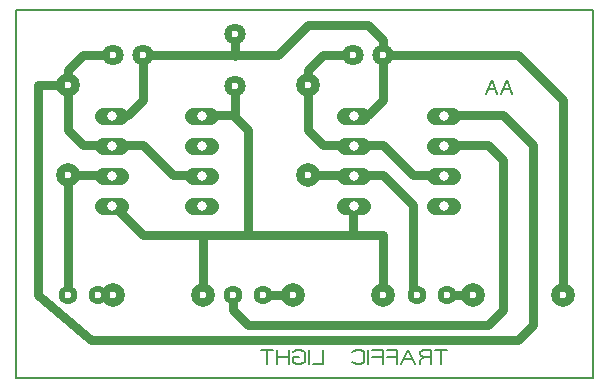
<source format=gbr>
%FSLAX32Y32*%
%MOMM*%
%LNCOPPER2*%
G71*
G01*
%ADD10C, 1.60*%
%ADD11C, 0.80*%
%ADD12C, 2.00*%
%ADD13C, 1.80*%
%ADD14C, 0.20*%
%ADD15C, 0.16*%
%ADD16C, 1.42*%
%ADD17C, 0.60*%
%LPD*%
X473Y752D02*
G54D10*
D03*
X727Y752D02*
G54D10*
D03*
X1870Y752D02*
G54D10*
D03*
X2124Y752D02*
G54D10*
D03*
X3684Y752D02*
G54D10*
D03*
X3430Y752D02*
G54D10*
D03*
G54D11*
X1616Y1768D02*
X1362Y1768D01*
X1108Y2022D01*
X854Y2022D01*
G54D11*
X3648Y1768D02*
X3394Y1768D01*
X3140Y2022D01*
X2886Y2022D01*
X473Y2530D02*
G54D12*
D03*
X473Y1768D02*
G54D12*
D03*
G54D11*
X473Y2530D02*
X473Y2149D01*
X600Y2022D01*
X854Y2022D01*
G54D11*
X854Y1514D02*
X1108Y1260D01*
X1997Y1260D01*
X1997Y1387D01*
X1997Y2149D01*
X1870Y2276D01*
X1616Y2276D01*
G54D11*
X1870Y752D02*
X1870Y625D01*
X1997Y498D01*
X4029Y498D01*
X4156Y625D01*
X4156Y1895D01*
X4029Y2022D01*
X3648Y2022D01*
X2505Y2530D02*
G54D12*
D03*
X2505Y1768D02*
G54D12*
D03*
G54D11*
X2886Y2022D02*
X2632Y2022D01*
X2505Y2149D01*
X2505Y2530D01*
X1108Y2784D02*
G54D13*
D03*
X854Y2784D02*
G54D13*
D03*
X3140Y2784D02*
G54D13*
D03*
X2886Y2784D02*
G54D13*
D03*
G54D11*
X854Y2784D02*
X600Y2784D01*
X473Y2657D01*
X473Y2530D01*
G54D11*
X2886Y2784D02*
X2632Y2784D01*
X2505Y2657D01*
X2505Y2530D01*
G54D11*
X854Y2276D02*
X981Y2276D01*
X1108Y2403D01*
X1108Y2784D01*
G54D11*
X2886Y2276D02*
X3013Y2276D01*
X3140Y2403D01*
X3140Y2784D01*
G54D11*
X1108Y2784D02*
X2251Y2784D01*
X2505Y3038D01*
X3013Y3038D01*
X3013Y3038D01*
X3140Y2911D01*
X3140Y2784D01*
G54D11*
X3140Y2784D02*
X4283Y2784D01*
X4664Y2403D01*
X4664Y1514D01*
X4664Y752D02*
G54D12*
D03*
X3902Y752D02*
G54D12*
D03*
G54D11*
X4664Y1514D02*
X4664Y752D01*
G54D11*
X3648Y752D02*
X3902Y752D01*
G54D11*
X2886Y1514D02*
X2886Y1387D01*
X2886Y1260D01*
X1997Y1260D01*
X1616Y752D02*
G54D12*
D03*
X854Y752D02*
G54D12*
D03*
X3140Y752D02*
G54D12*
D03*
X2378Y752D02*
G54D12*
D03*
G54D11*
X2124Y752D02*
X2378Y752D01*
G54D11*
X3140Y752D02*
X3140Y1260D01*
X2759Y1260D01*
G54D11*
X854Y1768D02*
X473Y1768D01*
X473Y879D01*
X473Y752D01*
G54D11*
X3648Y2276D02*
X4156Y2276D01*
X4410Y2022D01*
X4410Y498D01*
X4283Y371D01*
X4283Y371D01*
X663Y371D01*
X219Y752D01*
X219Y2530D01*
X473Y2530D01*
G54D11*
X2505Y1768D02*
X2886Y1768D01*
X3140Y1768D01*
X3394Y1514D01*
X3394Y752D01*
G54D11*
X1616Y752D02*
X1616Y1260D01*
G54D14*
X28Y54D02*
X4918Y54D01*
X4918Y3165D01*
X28Y3165D01*
X28Y54D01*
G54D15*
X4234Y2451D02*
X4187Y2575D01*
X4141Y2451D01*
G54D15*
X4215Y2498D02*
X4159Y2498D01*
G54D15*
X4107Y2451D02*
X4060Y2575D01*
X4014Y2451D01*
G54D15*
X4088Y2498D02*
X4032Y2498D01*
X1888Y2519D02*
G54D13*
D03*
X1888Y2964D02*
G54D13*
D03*
G54D11*
X1888Y2964D02*
X1888Y2773D01*
G54D11*
X1888Y2519D02*
X1888Y2265D01*
G54D15*
X3631Y166D02*
X3631Y290D01*
G54D15*
X3681Y290D02*
X3581Y290D01*
G54D15*
X3497Y228D02*
X3460Y213D01*
X3447Y197D01*
X3447Y166D01*
G54D15*
X3547Y166D02*
X3547Y290D01*
X3485Y290D01*
X3460Y283D01*
X3447Y267D01*
X3447Y252D01*
X3460Y236D01*
X3485Y228D01*
X3547Y228D01*
G54D15*
X3413Y166D02*
X3351Y290D01*
X3289Y166D01*
G54D15*
X3388Y213D02*
X3313Y213D01*
G54D15*
X3255Y166D02*
X3255Y290D01*
X3168Y290D01*
G54D15*
X3255Y228D02*
X3168Y228D01*
G54D15*
X3134Y166D02*
X3134Y290D01*
X3047Y290D01*
G54D15*
X3134Y228D02*
X3047Y228D01*
G54D15*
X3013Y166D02*
X3013Y290D01*
G54D15*
X2879Y189D02*
X2892Y174D01*
X2917Y166D01*
X2942Y166D01*
X2967Y174D01*
X2979Y189D01*
X2979Y267D01*
X2967Y283D01*
X2942Y290D01*
X2917Y290D01*
X2892Y283D01*
X2879Y267D01*
G54D15*
X2629Y290D02*
X2629Y166D01*
X2542Y166D01*
G54D15*
X2508Y166D02*
X2508Y290D01*
G54D15*
X2424Y228D02*
X2374Y228D01*
X2374Y189D01*
X2387Y174D01*
X2412Y166D01*
X2437Y166D01*
X2462Y174D01*
X2474Y189D01*
X2474Y267D01*
X2462Y283D01*
X2437Y290D01*
X2412Y290D01*
X2387Y283D01*
X2374Y267D01*
G54D15*
X2340Y166D02*
X2340Y290D01*
G54D15*
X2240Y166D02*
X2240Y290D01*
G54D15*
X2340Y228D02*
X2240Y228D01*
G54D15*
X2156Y166D02*
X2156Y290D01*
G54D15*
X2206Y290D02*
X2106Y290D01*
G54D16*
X771Y2271D02*
X913Y2271D01*
G54D16*
X771Y2017D02*
X913Y2017D01*
G54D16*
X771Y1763D02*
X913Y1763D01*
G54D16*
X771Y1509D02*
X913Y1509D01*
G54D16*
X1533Y2271D02*
X1675Y2271D01*
G54D16*
X1533Y2017D02*
X1675Y2017D01*
G54D16*
X1533Y1763D02*
X1675Y1763D01*
G54D16*
X1533Y1509D02*
X1675Y1509D01*
G54D16*
X2819Y2271D02*
X2961Y2271D01*
G54D16*
X2819Y2017D02*
X2961Y2017D01*
G54D16*
X2819Y1763D02*
X2961Y1763D01*
G54D16*
X2819Y1509D02*
X2961Y1509D01*
G54D16*
X3581Y2271D02*
X3723Y2271D01*
G54D16*
X3581Y2017D02*
X3723Y2017D01*
G54D16*
X3581Y1763D02*
X3723Y1763D01*
G54D16*
X3581Y1509D02*
X3723Y1509D01*
%LNAUGENFREISTANZEN*%
%LPC*%
X473Y752D02*
G54D17*
D03*
X727Y752D02*
G54D17*
D03*
X1870Y752D02*
G54D17*
D03*
X2124Y752D02*
G54D17*
D03*
X3684Y752D02*
G54D17*
D03*
X3430Y752D02*
G54D17*
D03*
X473Y2530D02*
G54D17*
D03*
X473Y1768D02*
G54D17*
D03*
X2505Y2530D02*
G54D17*
D03*
X2505Y1768D02*
G54D17*
D03*
X1108Y2784D02*
G54D17*
D03*
X854Y2784D02*
G54D17*
D03*
X3140Y2784D02*
G54D17*
D03*
X2886Y2784D02*
G54D17*
D03*
X4664Y752D02*
G54D17*
D03*
X3902Y752D02*
G54D17*
D03*
X1616Y752D02*
G54D17*
D03*
X854Y752D02*
G54D17*
D03*
X3140Y752D02*
G54D17*
D03*
X2378Y752D02*
G54D17*
D03*
X1888Y2519D02*
G54D17*
D03*
X1888Y2964D02*
G54D17*
D03*
X842Y2271D02*
G54D11*
D03*
X842Y2017D02*
G54D11*
D03*
X842Y1763D02*
G54D11*
D03*
X842Y1509D02*
G54D11*
D03*
X1604Y2271D02*
G54D11*
D03*
X1604Y2017D02*
G54D11*
D03*
X1604Y1763D02*
G54D11*
D03*
X1604Y1509D02*
G54D11*
D03*
X2890Y2271D02*
G54D11*
D03*
X2890Y2017D02*
G54D11*
D03*
X2890Y1763D02*
G54D11*
D03*
X2890Y1509D02*
G54D11*
D03*
X3652Y2271D02*
G54D11*
D03*
X3652Y2017D02*
G54D11*
D03*
X3652Y1763D02*
G54D11*
D03*
X3652Y1509D02*
G54D11*
D03*
M02*

</source>
